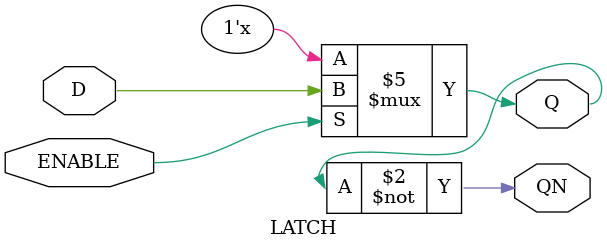
<source format=v>

/******************************************************************************
 **                                                                          **
 ** Component : LATCH                                                        **
 **                                                                          **
 *****************************************************************************/

module LATCH(
      input wire D,
      input wire ENABLE,
      output reg Q,
      output reg QN );


  // Initialize Q and QN with opposite values
    initial begin
        Q = 1'b0;
        QN = 1'b1;
    end
 
   // LATCH
   always @* begin 
      if (ENABLE) begin
         Q = D; // When ENABLE is high, Q takes the value of the input
      end
      // When ENABLE is low, Q retains its value
      
      QN = ~Q; // Negate Q to get QN
   end

   

endmodule


</source>
